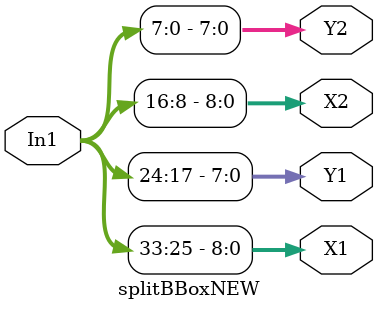
<source format=v>



`timescale 1 ns / 1 ns

module splitBBoxNEW
          (In1,
           X1,
           Y1,
           X2,
           Y2);


  input   [33:0] In1;  // ufix34
  output  [8:0] X1;  // ufix9
  output  [7:0] Y1;  // uint8
  output  [8:0] X2;  // ufix9
  output  [7:0] Y2;  // uint8




  assign X1 = In1[33:25];



  assign Y1 = In1[24:17];



  assign X2 = In1[16:8];



  assign Y2 = In1[7:0];



endmodule  // splitBBoxNEW


</source>
